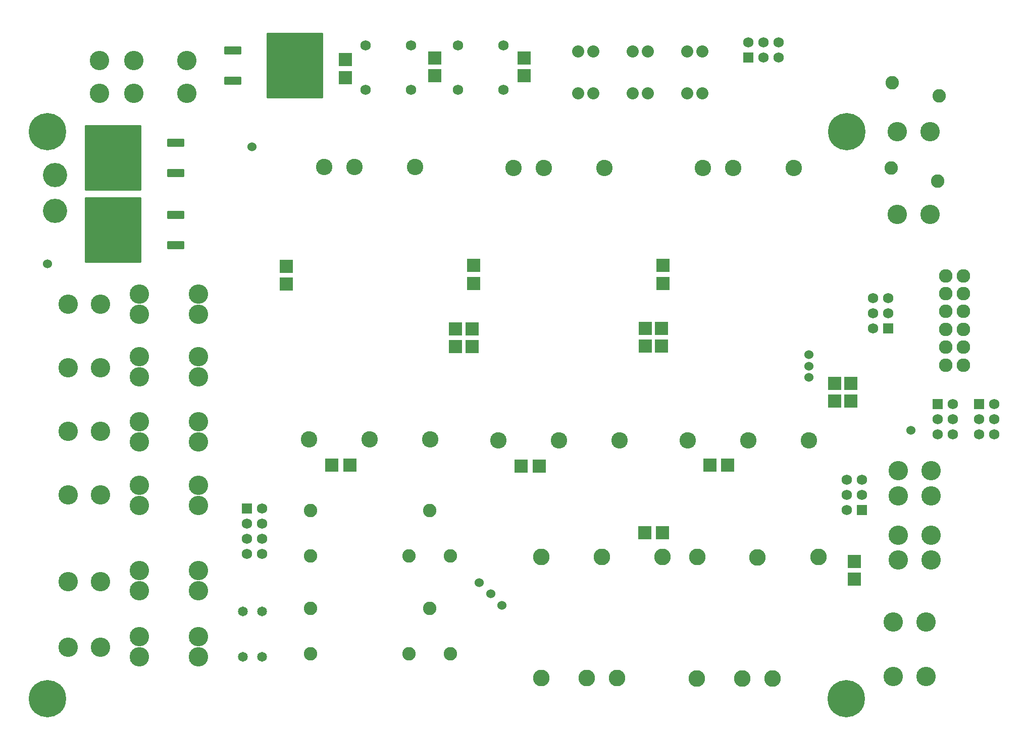
<source format=gts>
%TF.GenerationSoftware,KiCad,Pcbnew,7.0.2*%
%TF.CreationDate,2023-09-23T19:56:34-04:00*%
%TF.ProjectId,Power Distribution Board,506f7765-7220-4446-9973-747269627574,rev?*%
%TF.SameCoordinates,PX3c7dd70PY9e91430*%
%TF.FileFunction,Soldermask,Top*%
%TF.FilePolarity,Negative*%
%FSLAX46Y46*%
G04 Gerber Fmt 4.6, Leading zero omitted, Abs format (unit mm)*
G04 Created by KiCad (PCBNEW 7.0.2) date 2023-09-23 19:56:34*
%MOMM*%
%LPD*%
G01*
G04 APERTURE LIST*
G04 Aperture macros list*
%AMRoundRect*
0 Rectangle with rounded corners*
0 $1 Rounding radius*
0 $2 $3 $4 $5 $6 $7 $8 $9 X,Y pos of 4 corners*
0 Add a 4 corners polygon primitive as box body*
4,1,4,$2,$3,$4,$5,$6,$7,$8,$9,$2,$3,0*
0 Add four circle primitives for the rounded corners*
1,1,$1+$1,$2,$3*
1,1,$1+$1,$4,$5*
1,1,$1+$1,$6,$7*
1,1,$1+$1,$8,$9*
0 Add four rect primitives between the rounded corners*
20,1,$1+$1,$2,$3,$4,$5,0*
20,1,$1+$1,$4,$5,$6,$7,0*
20,1,$1+$1,$6,$7,$8,$9,0*
20,1,$1+$1,$8,$9,$2,$3,0*%
G04 Aperture macros list end*
%ADD10C,2.754000*%
%ADD11RoundRect,0.127000X-0.750000X-0.750000X0.750000X-0.750000X0.750000X0.750000X-0.750000X0.750000X0*%
%ADD12C,1.754000*%
%ADD13C,1.654000*%
%ADD14RoundRect,0.127000X1.000000X-1.000000X1.000000X1.000000X-1.000000X1.000000X-1.000000X-1.000000X0*%
%ADD15C,2.254000*%
%ADD16C,3.254000*%
%ADD17RoundRect,0.127000X1.350000X-0.550000X1.350000X0.550000X-1.350000X0.550000X-1.350000X-0.550000X0*%
%ADD18RoundRect,0.127000X4.600000X-5.350000X4.600000X5.350000X-4.600000X5.350000X-4.600000X-5.350000X0*%
%ADD19C,0.001000*%
%ADD20C,4.064000*%
%ADD21RoundRect,0.127000X0.750000X-0.750000X0.750000X0.750000X-0.750000X0.750000X-0.750000X-0.750000X0*%
%ADD22C,2.032000*%
%ADD23C,2.794000*%
%ADD24RoundRect,0.127000X-0.750000X0.750000X-0.750000X-0.750000X0.750000X-0.750000X0.750000X0.750000X0*%
%ADD25RoundRect,0.127000X-1.000000X-1.000000X1.000000X-1.000000X1.000000X1.000000X-1.000000X1.000000X0*%
%ADD26RoundRect,0.127000X-1.350000X0.550000X-1.350000X-0.550000X1.350000X-0.550000X1.350000X0.550000X0*%
%ADD27RoundRect,0.127000X-4.600000X5.350000X-4.600000X-5.350000X4.600000X-5.350000X4.600000X5.350000X0*%
%ADD28C,2.286000*%
%ADD29RoundRect,0.127000X1.000000X1.000000X-1.000000X1.000000X-1.000000X-1.000000X1.000000X-1.000000X0*%
%ADD30C,6.254000*%
%ADD31C,1.524000*%
G04 APERTURE END LIST*
D10*
%TO.C,U1*%
X55276899Y92419501D03*
X60356899Y92419501D03*
X70516899Y92419501D03*
X52736899Y46699501D03*
X62896899Y46699501D03*
X73056899Y46699501D03*
%TD*%
D11*
%TO.C,P17*%
X126396899Y110834501D03*
D12*
X126396899Y113374501D03*
X128936899Y110834501D03*
X128936899Y113374501D03*
X131476899Y110834501D03*
X131476899Y113374501D03*
%TD*%
D13*
%TO.C,R2*%
X44812099Y17895901D03*
X44812099Y10275901D03*
%TD*%
D14*
%TO.C,C15*%
X140798699Y53175101D03*
X140798699Y56175100D03*
%TD*%
%TO.C,C11*%
X111817299Y62369901D03*
X111817299Y65369900D03*
%TD*%
%TO.C,C6*%
X112071299Y72910901D03*
X112071299Y75910900D03*
%TD*%
D12*
%TO.C,L2*%
X85286900Y112893701D03*
X77666900Y112893701D03*
X85286900Y105393701D03*
X77666900Y105393701D03*
%TD*%
D14*
%TO.C,C1*%
X58807499Y107480301D03*
X58807499Y110480300D03*
%TD*%
%TO.C,C4*%
X48926899Y72783901D03*
X48926899Y75783900D03*
%TD*%
%TO.C,C5*%
X80270499Y72910901D03*
X80270499Y75910900D03*
%TD*%
%TO.C,C14*%
X109074100Y62369900D03*
X109074100Y65369899D03*
%TD*%
D10*
%TO.C,U2*%
X87026899Y92317901D03*
X92106899Y92317901D03*
X102266899Y92317901D03*
X84486899Y46597901D03*
X94646899Y46597901D03*
X104806899Y46597901D03*
%TD*%
D15*
%TO.C,RT1*%
X158324699Y104433701D03*
X150524699Y106583701D03*
%TD*%
D16*
%TO.C,F4*%
X24212699Y39025101D03*
X24212699Y35625101D03*
X34122700Y39025101D03*
X34122700Y35625101D03*
%TD*%
D17*
%TO.C,D2*%
X39917900Y112028301D03*
D18*
X50367900Y109488301D03*
D17*
X39917900Y106948301D03*
%TD*%
D19*
%TO.C,P2*%
X32188300Y117601100D03*
D16*
X32188300Y110301100D03*
X32188300Y104801100D03*
%TD*%
D20*
%TO.C,P5*%
X10141099Y85078901D03*
X10141099Y91078901D03*
%TD*%
D16*
%TO.C,F2*%
X24212699Y60615101D03*
X24212699Y57215101D03*
X34122700Y60615101D03*
X34122700Y57215101D03*
%TD*%
D14*
%TO.C,C10*%
X80041899Y62319101D03*
X80041899Y65319100D03*
%TD*%
D19*
%TO.C,P8*%
X164126099Y98388501D03*
D16*
X156826099Y98388501D03*
X151326099Y98388501D03*
%TD*%
%TO.C,F3*%
X24212699Y49693101D03*
X24212699Y46293101D03*
X34122700Y49693101D03*
X34122700Y46293101D03*
%TD*%
D21*
%TO.C,P12*%
X145396099Y34913901D03*
D12*
X142856099Y34913901D03*
X145396099Y37453901D03*
X142856099Y37453901D03*
X145396099Y39993901D03*
X142856099Y39993901D03*
%TD*%
D19*
%TO.C,P15*%
X163491099Y16067101D03*
D16*
X156191099Y16067101D03*
X150691099Y16067101D03*
%TD*%
D22*
%TO.C,P21*%
X116150699Y111873109D03*
X118690699Y111873109D03*
%TD*%
D23*
%TO.C,U5*%
X130460899Y6643701D03*
X125380899Y6643701D03*
X138120899Y27003701D03*
X127920899Y26963701D03*
X117800899Y27003701D03*
X117760899Y6643701D03*
%TD*%
D24*
%TO.C,P9*%
X165081099Y52633311D03*
D12*
X167621099Y52633311D03*
X165081099Y50093311D03*
X167621099Y50093311D03*
X165081099Y47553311D03*
X167621099Y47553311D03*
%TD*%
D25*
%TO.C,C9*%
X119893099Y42406901D03*
X122893099Y42406901D03*
%TD*%
D22*
%TO.C,P26*%
X97837299Y111873109D03*
X100377299Y111873109D03*
%TD*%
D19*
%TO.C,P4*%
X4974699Y48113432D03*
D16*
X12274699Y48113432D03*
X17774699Y48113432D03*
%TD*%
D24*
%TO.C,P19*%
X42272099Y35167901D03*
D12*
X44812099Y35167901D03*
X42272099Y32627901D03*
X44812099Y32627901D03*
X42272099Y30087901D03*
X44812099Y30087901D03*
X42272099Y27547901D03*
X44812099Y27547901D03*
%TD*%
D26*
%TO.C,D3*%
X30326098Y91428901D03*
D27*
X19876098Y93968901D03*
D26*
X30326098Y96508901D03*
%TD*%
D25*
%TO.C,C7*%
X88270099Y42279901D03*
X91270099Y42279901D03*
%TD*%
D14*
%TO.C,C17*%
X144126100Y23253900D03*
X144126100Y26253900D03*
%TD*%
D23*
%TO.C,U4*%
X104349700Y6694500D03*
X99269700Y6694500D03*
X112009700Y27054500D03*
X101809700Y27014500D03*
X91689700Y27054500D03*
X91649700Y6694500D03*
%TD*%
D12*
%TO.C,L1*%
X69792900Y112893701D03*
X62172900Y112893701D03*
X69792900Y105393701D03*
X62172900Y105393701D03*
%TD*%
D14*
%TO.C,C12*%
X143516499Y53175101D03*
X143516499Y56175100D03*
%TD*%
D19*
%TO.C,P6*%
X4974699Y37453901D03*
D16*
X12274699Y37453901D03*
X17774699Y37453901D03*
%TD*%
D14*
%TO.C,C2*%
X73818890Y107759701D03*
X73818890Y110759700D03*
%TD*%
D13*
%TO.C,R1*%
X41637099Y17895901D03*
X41637099Y10275901D03*
%TD*%
D15*
%TO.C,K2*%
X69440099Y10783901D03*
X72940099Y18383901D03*
X76440099Y10783901D03*
X52940099Y18383901D03*
X52940099Y10783901D03*
%TD*%
D22*
%TO.C,P25*%
X97786499Y104786509D03*
X100326499Y104786509D03*
%TD*%
D19*
%TO.C,P11*%
X4974699Y22899701D03*
D16*
X12274699Y22899701D03*
X17774699Y22899701D03*
%TD*%
D22*
%TO.C,P22*%
X107006699Y111873109D03*
X109546699Y111873109D03*
%TD*%
%TO.C,P20*%
X116099899Y104786509D03*
X118639899Y104786509D03*
%TD*%
D19*
%TO.C,P3*%
X4974699Y58772964D03*
D16*
X12274699Y58772964D03*
X17774699Y58772964D03*
%TD*%
D19*
%TO.C,P7*%
X20448301Y117601100D03*
D16*
X23298300Y110301100D03*
X23298300Y104801100D03*
X17598301Y110301100D03*
X17598301Y104801100D03*
%TD*%
D19*
%TO.C,P10*%
X164126099Y84520101D03*
D16*
X156826099Y84520101D03*
X151326099Y84520101D03*
%TD*%
D19*
%TO.C,P18*%
X164336099Y39358901D03*
D16*
X157036099Y41458899D03*
X157036099Y37258900D03*
X151536099Y41458899D03*
X151536099Y37258900D03*
%TD*%
%TO.C,F1*%
X24212699Y71157724D03*
X24212699Y67757724D03*
X34122700Y71157724D03*
X34122700Y67757724D03*
%TD*%
D19*
%TO.C,P28*%
X4974699Y11850701D03*
D16*
X12274699Y11850701D03*
X17774699Y11850701D03*
%TD*%
D15*
%TO.C,K1*%
X69440099Y27166901D03*
X72940099Y34766901D03*
X76440099Y27166901D03*
X52940099Y34766901D03*
X52940099Y27166901D03*
%TD*%
D21*
%TO.C,P13*%
X149841099Y65393901D03*
D12*
X147301099Y65393901D03*
X149841099Y67933901D03*
X147301099Y67933901D03*
X149841099Y70473901D03*
X147301099Y70473901D03*
%TD*%
D10*
%TO.C,U3*%
X118776899Y92317901D03*
X123856899Y92317901D03*
X134016899Y92317901D03*
X116236899Y46597901D03*
X126396899Y46597901D03*
X136556899Y46597901D03*
%TD*%
D19*
%TO.C,P23*%
X166784898Y61365613D03*
X166784898Y72045612D03*
D28*
X162464899Y59205612D03*
X159464900Y59205612D03*
X162464899Y62205611D03*
X159464900Y62205611D03*
X162464899Y65205610D03*
X159464900Y65205610D03*
X162464899Y68205610D03*
X159464900Y68205610D03*
X162464899Y71205609D03*
X159464900Y71205609D03*
X162464899Y74205608D03*
X159464900Y74205608D03*
%TD*%
D24*
%TO.C,P14*%
X158096099Y52633311D03*
D12*
X160636099Y52633311D03*
X158096099Y50093311D03*
X160636099Y50093311D03*
X158096099Y47553311D03*
X160636099Y47553311D03*
%TD*%
D14*
%TO.C,C13*%
X77273299Y62319101D03*
X77273299Y65319100D03*
%TD*%
D19*
%TO.C,P29*%
X163491099Y6973901D03*
D16*
X156191099Y6973901D03*
X150691099Y6973901D03*
%TD*%
D22*
%TO.C,P27*%
X106955899Y104786509D03*
X109495899Y104786509D03*
%TD*%
D14*
%TO.C,C3*%
X88804899Y107759701D03*
X88804899Y110759700D03*
%TD*%
D25*
%TO.C,C8*%
X56520099Y42406901D03*
X59520099Y42406901D03*
%TD*%
D26*
%TO.C,D1*%
X30326098Y79363901D03*
D27*
X19876098Y81903901D03*
D26*
X30326098Y84443901D03*
%TD*%
D16*
%TO.C,F6*%
X24212699Y13675901D03*
X24212699Y10275901D03*
X34122700Y13675901D03*
X34122700Y10275901D03*
%TD*%
D19*
%TO.C,P1*%
X4974699Y69432496D03*
D16*
X12274699Y69432496D03*
X17774699Y69432496D03*
%TD*%
D29*
%TO.C,C16*%
X111971099Y31103901D03*
X108971099Y31103901D03*
%TD*%
D16*
%TO.C,F5*%
X24212699Y24750301D03*
X24212699Y21350301D03*
X34122700Y24750301D03*
X34122700Y21350301D03*
%TD*%
D15*
%TO.C,RT2*%
X158146899Y90108101D03*
X150346899Y92258101D03*
%TD*%
D19*
%TO.C,P16*%
X164336099Y28563901D03*
D16*
X157036099Y30663899D03*
X157036099Y26463900D03*
X151536099Y30663899D03*
X151536099Y26463900D03*
%TD*%
D30*
X142801099Y3191122D03*
X8871114Y3191122D03*
X8871114Y98381076D03*
X142871099Y98381076D03*
D31*
X49629572Y108749973D03*
X153651099Y48248901D03*
X109201099Y31103901D03*
X144126099Y26023901D03*
X136506099Y60948901D03*
X83166099Y20816901D03*
X85071099Y18911901D03*
X81261099Y22721901D03*
X136506099Y59043901D03*
X136506099Y57138901D03*
X8871099Y76188903D03*
X43161099Y95873901D03*
M02*

</source>
